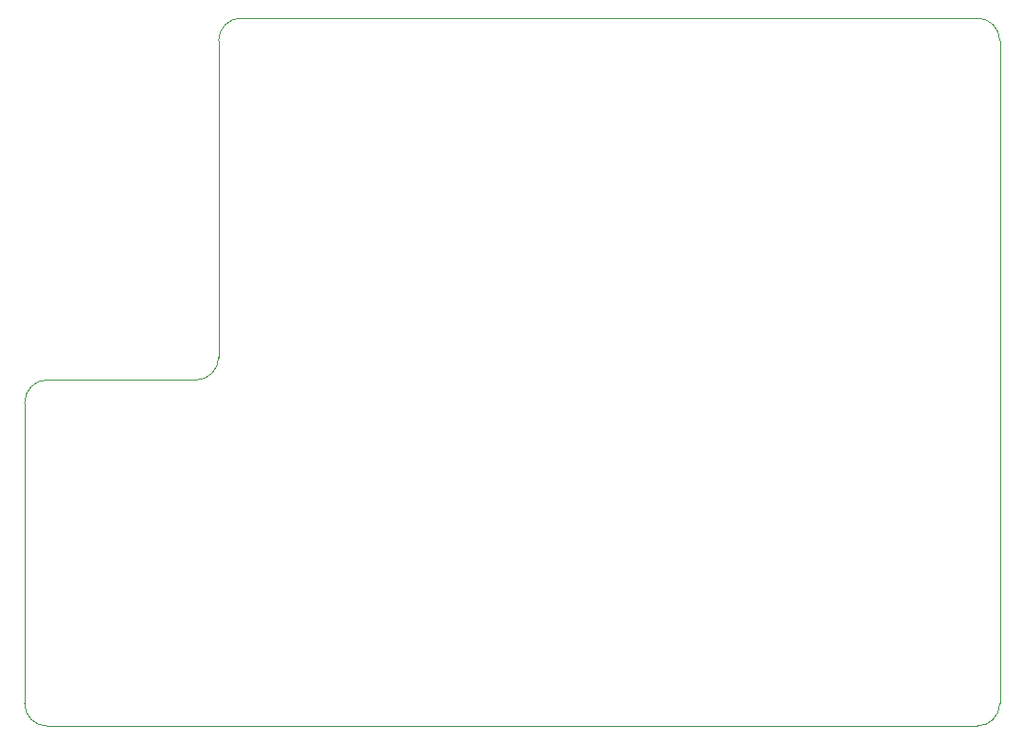
<source format=gm1>
%TF.GenerationSoftware,KiCad,Pcbnew,8.0.6*%
%TF.CreationDate,2025-06-09T20:20:09-07:00*%
%TF.ProjectId,ESP32_Clock_Gallery,45535033-325f-4436-9c6f-636b5f47616c,rev?*%
%TF.SameCoordinates,Original*%
%TF.FileFunction,Profile,NP*%
%FSLAX46Y46*%
G04 Gerber Fmt 4.6, Leading zero omitted, Abs format (unit mm)*
G04 Created by KiCad (PCBNEW 8.0.6) date 2025-06-09 20:20:09*
%MOMM*%
%LPD*%
G01*
G04 APERTURE LIST*
%TA.AperFunction,Profile*%
%ADD10C,0.050000*%
%TD*%
G04 APERTURE END LIST*
D10*
X113500000Y-52500000D02*
X117500000Y-52500000D01*
X118500000Y-52500000D02*
X168750000Y-52500000D01*
X96250000Y-115500000D02*
G75*
G02*
X94250000Y-113500000I0J2000000D01*
G01*
X111500000Y-82700000D02*
G75*
G02*
X109500000Y-84700000I-2000000J0D01*
G01*
X111500000Y-63300000D02*
X111500000Y-54500000D01*
X111500000Y-54500000D02*
G75*
G02*
X113500000Y-52500000I2000000J0D01*
G01*
X96250000Y-84700000D02*
X99500000Y-84700000D01*
X111500000Y-63300000D02*
X111500000Y-82700000D01*
X118500000Y-52500000D02*
X117500000Y-52500000D01*
X94250001Y-86750000D02*
G75*
G02*
X96250000Y-84699376I1999999J50000D01*
G01*
X181000000Y-54500000D02*
X181000000Y-113500000D01*
X172750000Y-52500000D02*
X179000000Y-52500000D01*
X179000000Y-115500000D02*
X99500000Y-115500000D01*
X181000000Y-113500000D02*
G75*
G02*
X179000000Y-115500000I-2000000J0D01*
G01*
X99500000Y-115500000D02*
X96250000Y-115500000D01*
X179000000Y-52500000D02*
G75*
G02*
X181000000Y-54500000I0J-2000000D01*
G01*
X94250000Y-113500000D02*
X94250000Y-86750000D01*
X168750000Y-52500000D02*
X172750000Y-52500000D01*
X109500000Y-84700000D02*
X99500000Y-84700000D01*
M02*

</source>
